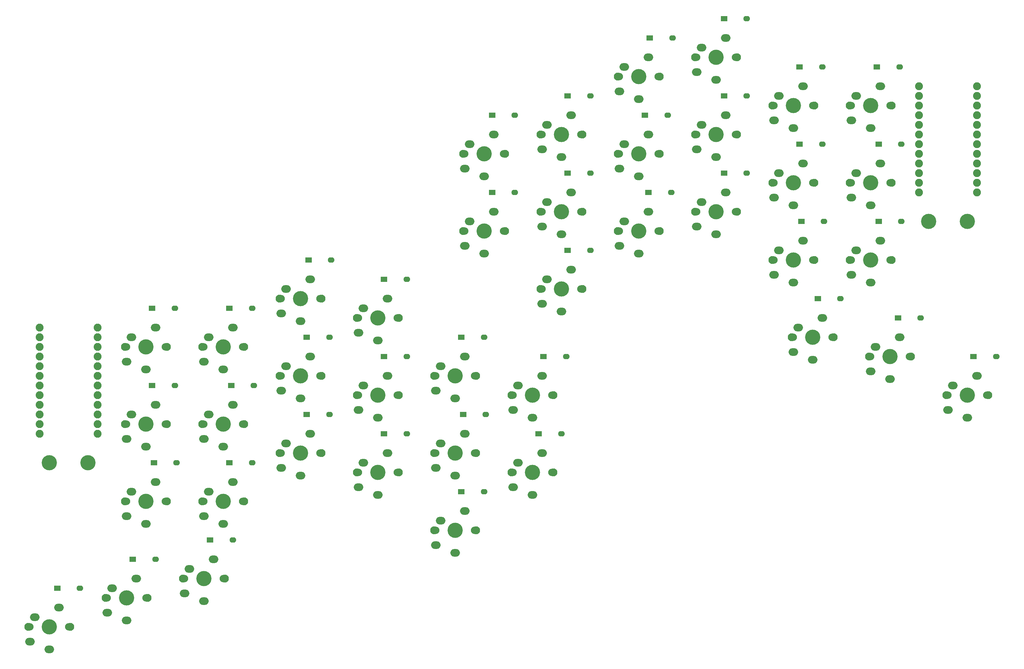
<source format=gbr>
%TF.GenerationSoftware,KiCad,Pcbnew,(6.0.2-0)*%
%TF.CreationDate,2022-03-13T16:27:26+11:00*%
%TF.ProjectId,Nydas,4e796461-732e-46b6-9963-61645f706362,rev?*%
%TF.SameCoordinates,Original*%
%TF.FileFunction,Soldermask,Bot*%
%TF.FilePolarity,Negative*%
%FSLAX46Y46*%
G04 Gerber Fmt 4.6, Leading zero omitted, Abs format (unit mm)*
G04 Created by KiCad (PCBNEW (6.0.2-0)) date 2022-03-13 16:27:26*
%MOMM*%
%LPD*%
G01*
G04 APERTURE LIST*
%ADD10O,2.500000X2.000000*%
%ADD11C,2.100000*%
%ADD12C,1.900000*%
%ADD13C,4.000000*%
%ADD14R,1.778000X1.397000*%
%ADD15O,1.778000X1.397000*%
%ADD16C,2.082800*%
G04 APERTURE END LIST*
D10*
%TO.C,SW21*%
X55880000Y-101600000D03*
X53340000Y-112580000D03*
X48240000Y-110580000D03*
X49530000Y-104140000D03*
D11*
X47840000Y-106680000D03*
D12*
X48260000Y-106680000D03*
X58420000Y-106680000D03*
D11*
X58840000Y-106680000D03*
D13*
X53340000Y-106680000D03*
%TD*%
D14*
%TO.C,D21*%
X54960000Y-96520000D03*
D15*
X60960000Y-96520000D03*
%TD*%
D14*
%TO.C,D6*%
X245460000Y-33020000D03*
D15*
X251460000Y-33020000D03*
%TD*%
D14*
%TO.C,D14*%
X185420000Y-66040000D03*
D15*
X191420000Y-66040000D03*
%TD*%
D11*
%TO.C,SW8*%
X157060000Y-71120000D03*
D13*
X162560000Y-71120000D03*
D12*
X167640000Y-71120000D03*
D11*
X168060000Y-71120000D03*
D12*
X157480000Y-71120000D03*
D10*
X157460000Y-75020000D03*
X158750000Y-68580000D03*
X162560000Y-77020000D03*
X165100000Y-66040000D03*
%TD*%
D14*
%TO.C,D39*%
X49880000Y-162560000D03*
D15*
X55880000Y-162560000D03*
%TD*%
D11*
%TO.C,SW27*%
X58840000Y-127000000D03*
D12*
X58420000Y-127000000D03*
X48260000Y-127000000D03*
D11*
X47840000Y-127000000D03*
D13*
X53340000Y-127000000D03*
D10*
X48240000Y-130900000D03*
X49530000Y-124460000D03*
X55880000Y-121920000D03*
X53340000Y-132900000D03*
%TD*%
D12*
%TO.C,SW6*%
X248920000Y-43180000D03*
D11*
X238340000Y-43180000D03*
D13*
X243840000Y-43180000D03*
D12*
X238760000Y-43180000D03*
D11*
X249340000Y-43180000D03*
D10*
X240030000Y-40640000D03*
X238740000Y-47080000D03*
X243840000Y-49080000D03*
X246380000Y-38100000D03*
%TD*%
D11*
%TO.C,SW30*%
X119800000Y-119380000D03*
X108800000Y-119380000D03*
D13*
X114300000Y-119380000D03*
D12*
X119380000Y-119380000D03*
X109220000Y-119380000D03*
D10*
X110490000Y-116840000D03*
X109200000Y-123280000D03*
X114300000Y-125280000D03*
X116840000Y-114300000D03*
%TD*%
D14*
%TO.C,D37*%
X136240000Y-144780000D03*
D15*
X142240000Y-144780000D03*
%TD*%
D14*
%TO.C,D16*%
X225600000Y-73660000D03*
D15*
X231600000Y-73660000D03*
%TD*%
D11*
%TO.C,SW38*%
X33440000Y-180340000D03*
D12*
X22860000Y-180340000D03*
X33020000Y-180340000D03*
D11*
X22440000Y-180340000D03*
D13*
X27940000Y-180340000D03*
D10*
X22840000Y-184240000D03*
X24130000Y-177800000D03*
X30480000Y-175260000D03*
X27940000Y-186240000D03*
%TD*%
D14*
%TO.C,D33*%
X55420000Y-137160000D03*
D15*
X61420000Y-137160000D03*
%TD*%
D14*
%TO.C,D7*%
X144320000Y-66040000D03*
D15*
X150320000Y-66040000D03*
%TD*%
D14*
%TO.C,D19*%
X251000000Y-99060000D03*
D15*
X257000000Y-99060000D03*
%TD*%
D14*
%TO.C,D35*%
X95600000Y-124460000D03*
D15*
X101600000Y-124460000D03*
%TD*%
D11*
%TO.C,SW4*%
X197700000Y-30480000D03*
X208700000Y-30480000D03*
D13*
X203200000Y-30480000D03*
D12*
X208280000Y-30480000D03*
X198120000Y-30480000D03*
D10*
X198100000Y-34380000D03*
X199390000Y-27940000D03*
X205740000Y-25400000D03*
X203200000Y-36380000D03*
%TD*%
D14*
%TO.C,D24*%
X115920000Y-88900000D03*
D15*
X121920000Y-88900000D03*
%TD*%
D13*
%TO.C,*%
X27940000Y-137160000D03*
%TD*%
D14*
%TO.C,D26*%
X157785000Y-109220000D03*
D15*
X163785000Y-109220000D03*
%TD*%
D14*
%TO.C,D1*%
X144320000Y-45720000D03*
D15*
X150320000Y-45720000D03*
%TD*%
D11*
%TO.C,SW16*%
X229020000Y-83820000D03*
X218020000Y-83820000D03*
D13*
X223520000Y-83820000D03*
D12*
X218440000Y-83820000D03*
X228600000Y-83820000D03*
D10*
X218420000Y-87720000D03*
X219710000Y-81280000D03*
X223520000Y-89720000D03*
X226060000Y-78740000D03*
%TD*%
D11*
%TO.C,SW26*%
X149440000Y-119380000D03*
D13*
X154940000Y-119380000D03*
D11*
X160440000Y-119380000D03*
D12*
X149860000Y-119380000D03*
X160020000Y-119380000D03*
D10*
X151130000Y-116840000D03*
X149840000Y-123280000D03*
X157480000Y-114300000D03*
X154940000Y-125280000D03*
%TD*%
D12*
%TO.C,SW14*%
X177800000Y-76200000D03*
D11*
X177380000Y-76200000D03*
D12*
X187960000Y-76200000D03*
D11*
X188380000Y-76200000D03*
D13*
X182880000Y-76200000D03*
D10*
X179070000Y-73660000D03*
X177780000Y-80100000D03*
X185420000Y-71120000D03*
X182880000Y-82100000D03*
%TD*%
D13*
%TO.C,SW9*%
X182880000Y-55880000D03*
D12*
X177800000Y-55880000D03*
D11*
X177380000Y-55880000D03*
X188380000Y-55880000D03*
D12*
X187960000Y-55880000D03*
D10*
X179070000Y-53340000D03*
X177780000Y-59780000D03*
X185420000Y-50800000D03*
X182880000Y-61780000D03*
%TD*%
D14*
%TO.C,D4*%
X205280000Y-20320000D03*
D15*
X211280000Y-20320000D03*
%TD*%
D11*
%TO.C,SW12*%
X249340000Y-63500000D03*
X238340000Y-63500000D03*
D12*
X238760000Y-63500000D03*
D13*
X243840000Y-63500000D03*
D12*
X248920000Y-63500000D03*
D10*
X238740000Y-67400000D03*
X240030000Y-60960000D03*
X243840000Y-69400000D03*
X246380000Y-58420000D03*
%TD*%
D14*
%TO.C,D9*%
X184500000Y-45720000D03*
D15*
X190500000Y-45720000D03*
%TD*%
D12*
%TO.C,SW39*%
X43180000Y-172720000D03*
D11*
X42760000Y-172720000D03*
X53760000Y-172720000D03*
D12*
X53340000Y-172720000D03*
D13*
X48260000Y-172720000D03*
D10*
X44450000Y-170180000D03*
X43160000Y-176620000D03*
X50800000Y-167640000D03*
X48260000Y-178620000D03*
%TD*%
D12*
%TO.C,SW28*%
X68580000Y-127000000D03*
D13*
X73660000Y-127000000D03*
D12*
X78740000Y-127000000D03*
D11*
X79160000Y-127000000D03*
X68160000Y-127000000D03*
D10*
X68560000Y-130900000D03*
X69850000Y-124460000D03*
X73660000Y-132900000D03*
X76200000Y-121920000D03*
%TD*%
D11*
%TO.C,SW37*%
X140120000Y-154940000D03*
X129120000Y-154940000D03*
D12*
X139700000Y-154940000D03*
D13*
X134620000Y-154940000D03*
D12*
X129540000Y-154940000D03*
D10*
X129520000Y-158840000D03*
X130810000Y-152400000D03*
X137160000Y-149860000D03*
X134620000Y-160840000D03*
%TD*%
D16*
%TO.C,U2*%
X25400000Y-101600000D03*
X25400000Y-104140000D03*
X25400000Y-106680000D03*
X25400000Y-109220000D03*
X25400000Y-111760000D03*
X25400000Y-114300000D03*
X25400000Y-116840000D03*
X25400000Y-119380000D03*
X25400000Y-121920000D03*
X25400000Y-124460000D03*
X25400000Y-127000000D03*
X25400000Y-129540000D03*
X40640000Y-129540000D03*
X40640000Y-127000000D03*
X40640000Y-124460000D03*
X40640000Y-121920000D03*
X40640000Y-119380000D03*
X40640000Y-116840000D03*
X40640000Y-114300000D03*
X40640000Y-111760000D03*
X40640000Y-109220000D03*
X40640000Y-106680000D03*
X40640000Y-104140000D03*
X40640000Y-101600000D03*
%TD*%
D14*
%TO.C,D13*%
X164180000Y-81280000D03*
D15*
X170180000Y-81280000D03*
%TD*%
D14*
%TO.C,D25*%
X136240000Y-104140000D03*
D15*
X142240000Y-104140000D03*
%TD*%
D14*
%TO.C,D17*%
X245920000Y-73660000D03*
D15*
X251920000Y-73660000D03*
%TD*%
D14*
%TO.C,D5*%
X225140000Y-33020000D03*
D15*
X231140000Y-33020000D03*
%TD*%
D11*
%TO.C,SW29*%
X88480000Y-114300000D03*
D12*
X99060000Y-114300000D03*
X88900000Y-114300000D03*
D13*
X93980000Y-114300000D03*
D11*
X99480000Y-114300000D03*
D10*
X88880000Y-118200000D03*
X90170000Y-111760000D03*
X93980000Y-120200000D03*
X96520000Y-109220000D03*
%TD*%
D11*
%TO.C,SW10*%
X197700000Y-50800000D03*
D12*
X198120000Y-50800000D03*
X208280000Y-50800000D03*
D13*
X203200000Y-50800000D03*
D11*
X208700000Y-50800000D03*
D10*
X199390000Y-48260000D03*
X198100000Y-54700000D03*
X203200000Y-56700000D03*
X205740000Y-45720000D03*
%TD*%
D11*
%TO.C,SW40*%
X74080000Y-167640000D03*
D12*
X63500000Y-167640000D03*
D13*
X68580000Y-167640000D03*
D12*
X73660000Y-167640000D03*
D11*
X63080000Y-167640000D03*
D10*
X63480000Y-171540000D03*
X64770000Y-165100000D03*
X71120000Y-162560000D03*
X68580000Y-173540000D03*
%TD*%
D13*
%TO.C,SW15*%
X203200000Y-71120000D03*
D12*
X208280000Y-71120000D03*
D11*
X197700000Y-71120000D03*
X208700000Y-71120000D03*
D12*
X198120000Y-71120000D03*
D10*
X199390000Y-68580000D03*
X198100000Y-75020000D03*
X205740000Y-66040000D03*
X203200000Y-77020000D03*
%TD*%
D14*
%TO.C,D31*%
X136700000Y-124460000D03*
D15*
X142700000Y-124460000D03*
%TD*%
D13*
%TO.C,SW3*%
X182880000Y-35560000D03*
D11*
X188380000Y-35560000D03*
D12*
X177800000Y-35560000D03*
X187960000Y-35560000D03*
D11*
X177380000Y-35560000D03*
D10*
X177780000Y-39460000D03*
X179070000Y-33020000D03*
X182880000Y-41460000D03*
X185420000Y-30480000D03*
%TD*%
D14*
%TO.C,D23*%
X96060000Y-83820000D03*
D15*
X102060000Y-83820000D03*
%TD*%
D12*
%TO.C,SW23*%
X99060000Y-93980000D03*
D13*
X93980000Y-93980000D03*
D12*
X88900000Y-93980000D03*
D11*
X88480000Y-93980000D03*
X99480000Y-93980000D03*
D10*
X90170000Y-91440000D03*
X88880000Y-97880000D03*
X96520000Y-88900000D03*
X93980000Y-99880000D03*
%TD*%
D14*
%TO.C,D10*%
X205280000Y-40640000D03*
D15*
X211280000Y-40640000D03*
%TD*%
D12*
%TO.C,SW5*%
X228600000Y-43180000D03*
X218440000Y-43180000D03*
D11*
X229020000Y-43180000D03*
D13*
X223520000Y-43180000D03*
D11*
X218020000Y-43180000D03*
D10*
X219710000Y-40640000D03*
X218420000Y-47080000D03*
X223520000Y-49080000D03*
X226060000Y-38100000D03*
%TD*%
D13*
%TO.C,*%
X269240000Y-73660000D03*
%TD*%
D11*
%TO.C,SW2*%
X157060000Y-50800000D03*
D13*
X162560000Y-50800000D03*
D12*
X157480000Y-50800000D03*
X167640000Y-50800000D03*
D11*
X168060000Y-50800000D03*
D10*
X158750000Y-48260000D03*
X157460000Y-54700000D03*
X165100000Y-45720000D03*
X162560000Y-56700000D03*
%TD*%
D13*
%TO.C,SW25*%
X134620000Y-114300000D03*
D11*
X129120000Y-114300000D03*
D12*
X139700000Y-114300000D03*
D11*
X140120000Y-114300000D03*
D12*
X129540000Y-114300000D03*
D10*
X129520000Y-118200000D03*
X130810000Y-111760000D03*
X137160000Y-109220000D03*
X134620000Y-120200000D03*
%TD*%
D11*
%TO.C,SW13*%
X168060000Y-91440000D03*
D12*
X167640000Y-91440000D03*
D11*
X157060000Y-91440000D03*
D13*
X162560000Y-91440000D03*
D12*
X157480000Y-91440000D03*
D10*
X157460000Y-95340000D03*
X158750000Y-88900000D03*
X165100000Y-86360000D03*
X162560000Y-97340000D03*
%TD*%
D14*
%TO.C,D2*%
X164180000Y-40640000D03*
D15*
X170180000Y-40640000D03*
%TD*%
D14*
%TO.C,D40*%
X70200000Y-157480000D03*
D15*
X76200000Y-157480000D03*
%TD*%
D16*
%TO.C,U1*%
X256540000Y-38100000D03*
X256540000Y-40640000D03*
X256540000Y-43180000D03*
X256540000Y-45720000D03*
X256540000Y-48260000D03*
X256540000Y-50800000D03*
X256540000Y-53340000D03*
X256540000Y-55880000D03*
X256540000Y-58420000D03*
X256540000Y-60960000D03*
X256540000Y-63500000D03*
X256540000Y-66040000D03*
X271780000Y-66040000D03*
X271780000Y-63500000D03*
X271780000Y-60960000D03*
X271780000Y-58420000D03*
X271780000Y-55880000D03*
X271780000Y-53340000D03*
X271780000Y-50800000D03*
X271780000Y-48260000D03*
X271780000Y-45720000D03*
X271780000Y-43180000D03*
X271780000Y-40640000D03*
X271780000Y-38100000D03*
%TD*%
D14*
%TO.C,D18*%
X229915000Y-93980000D03*
D15*
X235915000Y-93980000D03*
%TD*%
D13*
%TO.C,SW35*%
X93980000Y-134620000D03*
D12*
X88900000Y-134620000D03*
X99060000Y-134620000D03*
D11*
X88480000Y-134620000D03*
X99480000Y-134620000D03*
D10*
X90170000Y-132080000D03*
X88880000Y-138520000D03*
X96520000Y-129540000D03*
X93980000Y-140520000D03*
%TD*%
D14*
%TO.C,D8*%
X164180000Y-60960000D03*
D15*
X170180000Y-60960000D03*
%TD*%
D13*
%TO.C,*%
X259080000Y-73660000D03*
%TD*%
%TO.C,*%
X38100000Y-137160000D03*
%TD*%
D14*
%TO.C,D28*%
X75740000Y-116840000D03*
D15*
X81740000Y-116840000D03*
%TD*%
D12*
%TO.C,SW34*%
X78740000Y-147320000D03*
D11*
X79160000Y-147320000D03*
D12*
X68580000Y-147320000D03*
D11*
X68160000Y-147320000D03*
D13*
X73660000Y-147320000D03*
D10*
X69850000Y-144780000D03*
X68560000Y-151220000D03*
X73660000Y-153220000D03*
X76200000Y-142240000D03*
%TD*%
D12*
%TO.C,SW24*%
X119380000Y-99060000D03*
D11*
X108800000Y-99060000D03*
X119800000Y-99060000D03*
D12*
X109220000Y-99060000D03*
D13*
X114300000Y-99060000D03*
D10*
X110490000Y-96520000D03*
X109200000Y-102960000D03*
X114300000Y-104960000D03*
X116840000Y-93980000D03*
%TD*%
D11*
%TO.C,SW20*%
X263740000Y-119380000D03*
D13*
X269240000Y-119380000D03*
D12*
X274320000Y-119380000D03*
X264160000Y-119380000D03*
D11*
X274740000Y-119380000D03*
D10*
X265430000Y-116840000D03*
X264140000Y-123280000D03*
X271780000Y-114300000D03*
X269240000Y-125280000D03*
%TD*%
D14*
%TO.C,D12*%
X245920000Y-53340000D03*
D15*
X251920000Y-53340000D03*
%TD*%
D14*
%TO.C,D3*%
X185725000Y-25400000D03*
D15*
X191725000Y-25400000D03*
%TD*%
D11*
%TO.C,SW22*%
X68160000Y-106680000D03*
D12*
X68580000Y-106680000D03*
D11*
X79160000Y-106680000D03*
D12*
X78740000Y-106680000D03*
D13*
X73660000Y-106680000D03*
D10*
X69850000Y-104140000D03*
X68560000Y-110580000D03*
X73660000Y-112580000D03*
X76200000Y-101600000D03*
%TD*%
D14*
%TO.C,D32*%
X156560000Y-129540000D03*
D15*
X162560000Y-129540000D03*
%TD*%
D11*
%TO.C,SW17*%
X249340000Y-83820000D03*
X238340000Y-83820000D03*
D12*
X238760000Y-83820000D03*
X248920000Y-83820000D03*
D13*
X243840000Y-83820000D03*
D10*
X240030000Y-81280000D03*
X238740000Y-87720000D03*
X243840000Y-89720000D03*
X246380000Y-78740000D03*
%TD*%
D12*
%TO.C,SW19*%
X254000000Y-109220000D03*
D11*
X243420000Y-109220000D03*
X254420000Y-109220000D03*
D13*
X248920000Y-109220000D03*
D12*
X243840000Y-109220000D03*
D10*
X243820000Y-113120000D03*
X245110000Y-106680000D03*
X251460000Y-104140000D03*
X248920000Y-115120000D03*
%TD*%
D14*
%TO.C,D38*%
X30020000Y-170180000D03*
D15*
X36020000Y-170180000D03*
%TD*%
D14*
%TO.C,D20*%
X270860000Y-109220000D03*
D15*
X276860000Y-109220000D03*
%TD*%
D12*
%TO.C,SW33*%
X58420000Y-147320000D03*
X48260000Y-147320000D03*
D11*
X58840000Y-147320000D03*
D13*
X53340000Y-147320000D03*
D11*
X47840000Y-147320000D03*
D10*
X49530000Y-144780000D03*
X48240000Y-151220000D03*
X55880000Y-142240000D03*
X53340000Y-153220000D03*
%TD*%
D14*
%TO.C,D27*%
X54960000Y-116840000D03*
D15*
X60960000Y-116840000D03*
%TD*%
D14*
%TO.C,D11*%
X225140000Y-53340000D03*
D15*
X231140000Y-53340000D03*
%TD*%
D14*
%TO.C,D15*%
X205280000Y-60960000D03*
D15*
X211280000Y-60960000D03*
%TD*%
D14*
%TO.C,D22*%
X75280000Y-96520000D03*
D15*
X81280000Y-96520000D03*
%TD*%
D12*
%TO.C,SW7*%
X147320000Y-76200000D03*
D11*
X136740000Y-76200000D03*
D13*
X142240000Y-76200000D03*
D12*
X137160000Y-76200000D03*
D11*
X147740000Y-76200000D03*
D10*
X137140000Y-80100000D03*
X138430000Y-73660000D03*
X144780000Y-71120000D03*
X142240000Y-82100000D03*
%TD*%
D12*
%TO.C,SW11*%
X228600000Y-63500000D03*
D11*
X218020000Y-63500000D03*
D12*
X218440000Y-63500000D03*
D11*
X229020000Y-63500000D03*
D13*
X223520000Y-63500000D03*
D10*
X219710000Y-60960000D03*
X218420000Y-67400000D03*
X223520000Y-69400000D03*
X226060000Y-58420000D03*
%TD*%
D13*
%TO.C,SW36*%
X114300000Y-139700000D03*
D11*
X119800000Y-139700000D03*
D12*
X119380000Y-139700000D03*
X109220000Y-139700000D03*
D11*
X108800000Y-139700000D03*
D10*
X110490000Y-137160000D03*
X109200000Y-143600000D03*
X116840000Y-134620000D03*
X114300000Y-145600000D03*
%TD*%
D13*
%TO.C,SW31*%
X134620000Y-134620000D03*
D12*
X139700000Y-134620000D03*
D11*
X129120000Y-134620000D03*
D12*
X129540000Y-134620000D03*
D11*
X140120000Y-134620000D03*
D10*
X129520000Y-138520000D03*
X130810000Y-132080000D03*
X134620000Y-140520000D03*
X137160000Y-129540000D03*
%TD*%
D14*
%TO.C,D36*%
X115920000Y-129540000D03*
D15*
X121920000Y-129540000D03*
%TD*%
D14*
%TO.C,D34*%
X75280000Y-137160000D03*
D15*
X81280000Y-137160000D03*
%TD*%
D14*
%TO.C,D29*%
X95600000Y-104140000D03*
D15*
X101600000Y-104140000D03*
%TD*%
D13*
%TO.C,SW32*%
X154940000Y-139700000D03*
D12*
X149860000Y-139700000D03*
X160020000Y-139700000D03*
D11*
X149440000Y-139700000D03*
X160440000Y-139700000D03*
D10*
X149840000Y-143600000D03*
X151130000Y-137160000D03*
X154940000Y-145600000D03*
X157480000Y-134620000D03*
%TD*%
D12*
%TO.C,SW18*%
X223520000Y-104140000D03*
X233680000Y-104140000D03*
D11*
X223100000Y-104140000D03*
D13*
X228600000Y-104140000D03*
D11*
X234100000Y-104140000D03*
D10*
X223500000Y-108040000D03*
X224790000Y-101600000D03*
X231140000Y-99060000D03*
X228600000Y-110040000D03*
%TD*%
D14*
%TO.C,D30*%
X115920000Y-109220000D03*
D15*
X121920000Y-109220000D03*
%TD*%
D11*
%TO.C,SW1*%
X136740000Y-55880000D03*
D12*
X137160000Y-55880000D03*
X147320000Y-55880000D03*
D11*
X147740000Y-55880000D03*
D13*
X142240000Y-55880000D03*
D10*
X137140000Y-59780000D03*
X138430000Y-53340000D03*
X144780000Y-50800000D03*
X142240000Y-61780000D03*
%TD*%
M02*

</source>
